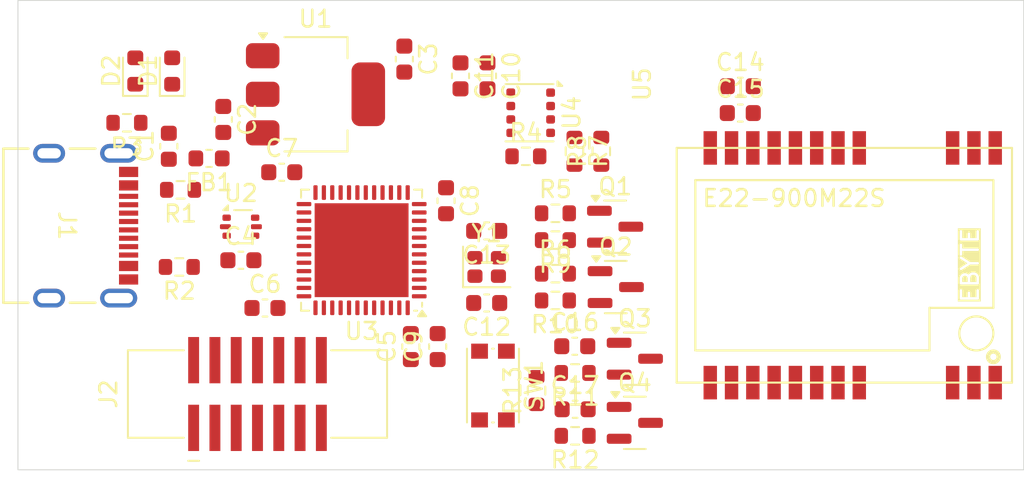
<source format=kicad_pcb>
(kicad_pcb (version 20241229) (generator "pcbnew") (generator_version "9.0")
  (title_block (title "Laera - Air Quality Monitor") (date "2025-07-08") (rev "1") (company "Author: Elyass Jaoudat"))
  (layers (0 "F.Cu" signal) (4 "In1.Cu" signal) (6 "In2.Cu" signal) (2 "B.Cu" signal) (13 "F.Paste" user) (15 "B.Paste" user) (5 "F.SilkS" user "F.Silkscreen") (7 "B.SilkS" user "B.Silkscreen") (1 "F.Mask" user) (3 "B.Mask" user) (25 "Edge.Cuts" user))
  (net 0 "")
  (net 1 "GND")
  (net 2 "VBUS")
  (net 3 "+3.3V")
  (net 4 "+5V")
  (net 5 "HSE_IN")
  (net 6 "HSE_OUT")
  (net 7 "NRST")
  (net 8 "RF_NRST")
  (net 9 "Net-(D1-A)")
  (net 10 "Net-(D1-K)")
  (net 11 "Net-(D2-A)")
  (net 12 "Net-(D2-K)")
  (net 14 "USB_CONN_D+")
  (net 15 "Net-(J1-CC1)")
  (net 16 "Net-(J1-SHIELD)")
  (net 18 "USB_CONN_D-")
  (net 19 "Net-(J1-CC2)")
  (net 21 "SWCLK")
  (net 27 "SWO")
  (net 29 "SWDIO")
  (net 30 "LED_GREEN")
  (net 31 "LED_RED")
  (net 32 "Net-(Q3-G)")
  (net 33 "SSR_I2C_SCL")
  (net 34 "SSR_I2C_SDA")
  (net 35 "Net-(U4-CSB)")
  (net 36 "Net-(R13-Pad2)")
  (net 37 "USB_D-")
  (net 38 "USB_D+")
  (net 43 "RF_DIO2")
  (net 44 "RF_BUSY")
  (net 46 "RF_SPI_MISO")
  (net 54 "RF_TXEN")
  (net 55 "RF_SPI_MOSI")
  (net 57 "RF_DIO1")
  (net 59 "RF_SPI_SCK")
  (net 61 "RF_SPI_CS")
  (net 62 "RF_RXEN")
  (footprint "MyFootprints:E22-900M22S" (layer "F.Cu") (at 104.3 56.3 90)
    (property "Reference" "U5" (at 10.795 -12.065 90) (layer "F.SilkS"))
    (property "Value" "E22-900M22S" (hide yes))
    (fp_line (start 7 -10) (end 7 10) (stroke (width 0.127)) (layer "F.SilkS"))
    (fp_line (start -7 -10) (end 7 -10) (stroke (width 0.127)) (layer "F.SilkS"))
    (fp_line (start 5.08 -8.89) (end 5.08 8.89) (stroke (width 0.127)) (layer "F.SilkS"))
    (fp_line (start -5.08 -8.89) (end 5.08 -8.89) (stroke (width 0.127)) (layer "F.SilkS"))
    (fp_line (start -2.54 5.08) (end -5.08 5.08) (stroke (width 0.127)) (layer "F.SilkS"))
    (fp_line (start -5.08 5.08) (end -5.08 -8.89) (stroke (width 0.127)) (layer "F.SilkS"))
    (fp_line (start 5.08 8.89) (end -2.54 8.89) (stroke (width 0.127)) (layer "F.SilkS"))
    (fp_line (start -2.54 8.89) (end -2.54 5.08) (stroke (width 0.127)) (layer "F.SilkS"))
    (fp_line (start 7 10) (end -7 10) (stroke (width 0.127)) (layer "F.SilkS"))
    (fp_line (start -7 10) (end -7 -10) (stroke (width 0.127)) (layer "F.SilkS"))
    (fp_circle (center -4.064 7.874) (end -3.048 7.874) (stroke (width 0.127)) (fill no) (layer "F.SilkS"))
    (fp_circle (center -5.461 8.89) (end -5.08 8.89) (stroke (width 0.127)) (fill no) (layer "F.SilkS"))
    (fp_circle (center -5.461 8.89) (end -5.207 8.89) (stroke (width 0.127)) (fill no) (layer "F.SilkS"))
    (fp_text user "E22-900M22S" (at 4 -3 0) (layer "F.SilkS"))
    (fp_text user "EBYTE" (at 0 7.5 90) (layer "F.SilkS" knockout))
    (pad "1" smd rect (at 7 9 90) (size 2 0.8) (layers "F.Cu" "F.Mask" "F.Paste") (net 1 "GND"))
    (pad "2" smd rect (at 7 7.73 90) (size 2 0.8) (layers "F.Cu" "F.Mask" "F.Paste") (net 1 "GND"))
    (pad "3" smd rect (at 7 6.46 90) (size 2 0.8) (layers "F.Cu" "F.Mask" "F.Paste") (net 1 "GND"))
    (pad "4" smd rect (at 7 0.89 90) (size 2 0.8) (layers "F.Cu" "F.Mask" "F.Paste") (net 1 "GND"))
    (pad "5" smd rect (at 7 -0.38 90) (size 2 0.8) (layers "F.Cu" "F.Mask" "F.Paste") (net 1 "GND"))
    (pad "6" smd rect (at 7 -1.65 90) (size 2 0.8) (layers "F.Cu" "F.Mask" "F.Paste") (net 62 "RF_RXEN"))
    (pad "7" smd rect (at 7 -2.92 90) (size 2 0.8) (layers "F.Cu" "F.Mask" "F.Paste") (net 54 "RF_TXEN"))
    (pad "8" smd rect (at 7 -4.19 90) (size 2 0.8) (layers "F.Cu" "F.Mask" "F.Paste") (net 43 "RF_DIO2"))
    (pad "9" smd rect (at 7 -5.46 90) (size 2 0.8) (layers "F.Cu" "F.Mask" "F.Paste") (net 3 "+3.3V"))
    (pad "10" smd rect (at 7 -6.73 90) (size 2 0.8) (layers "F.Cu" "F.Mask" "F.Paste") (net 1 "GND"))
    (pad "11" smd rect (at 7 -8 90) (size 2 0.8) (layers "F.Cu" "F.Mask" "F.Paste") (net 1 "GND"))
    (pad "12" smd rect (at -7 -8 90) (size 2 0.8) (layers "F.Cu" "F.Mask" "F.Paste") (net 1 "GND"))
    (pad "13" smd rect (at -7 -6.73 90) (size 2 0.8) (layers "F.Cu" "F.Mask" "F.Paste") (net 57 "RF_DIO1"))
    (pad "14" smd rect (at -7 -5.46 90) (size 2 0.8) (layers "F.Cu" "F.Mask" "F.Paste") (net 44 "RF_BUSY"))
    (pad "15" smd rect (at -7 -4.19 90) (size 2 0.8) (layers "F.Cu" "F.Mask" "F.Paste") (net 8 "RF_NRST"))
    (pad "16" smd rect (at -7 -2.92 90) (size 2 0.8) (layers "F.Cu" "F.Mask" "F.Paste") (net 46 "RF_SPI_MISO"))
    (pad "17" smd rect (at -7 -1.65 90) (size 2 0.8) (layers "F.Cu" "F.Mask" "F.Paste") (net 55 "RF_SPI_MOSI"))
    (pad "18" smd rect (at -7 -0.38 90) (size 2 0.8) (layers "F.Cu" "F.Mask" "F.Paste") (net 59 "RF_SPI_SCK"))
    (pad "19" smd rect (at -7 0.89 90) (size 2 0.8) (layers "F.Cu" "F.Mask" "F.Paste") (net 61 "RF_SPI_CS"))
    (pad "20" smd rect (at -7 6.46 90) (size 2 0.8) (layers "F.Cu" "F.Mask" "F.Paste") (net 1 "GND"))
    (pad "21" smd rect (at -7 7.73 90) (size 2 0.8) (layers "F.Cu" "F.Mask" "F.Paste"))
    (pad "22" smd rect (at -7 9 90) (size 2 0.8) (layers "F.Cu" "F.Mask" "F.Paste") (net 1 "GND"))
  )
  (footprint "Resistor_SMD:R_0603_1608Metric" (layer "F.Cu") (at 64.625 56.4 180)
    (property "Reference" "R2" (at 0 -1.43 0) (layer "F.SilkS"))
    (property "Value" "5.1k")
    (fp_line (start -0.237258 0.5225) (end 0.237258 0.5225) (stroke (width 0.12)) (layer "F.SilkS"))
    (fp_line (start -0.237258 -0.5225) (end 0.237258 -0.5225) (stroke (width 0.12)) (layer "F.SilkS"))
    (pad "1" smd roundrect (at -0.825 0 180) (size 0.8 0.95) (layers "F.Cu" "F.Mask" "F.Paste") (net 1 "GND"))
    (pad "2" smd roundrect (at 0.825 0 180) (size 0.8 0.95) (layers "F.Cu" "F.Mask" "F.Paste") (net 19 "Net-(J1-CC2)"))
  )
  (footprint "Resistor_SMD:R_0603_1608Metric" (layer "F.Cu") (at 88.2375 66.475 180)
    (property "Reference" "R12" (at 0 -1.43 0) (layer "F.SilkS"))
    (property "Value" "2.2k")
    (fp_line (start -0.237258 0.5225) (end 0.237258 0.5225) (stroke (width 0.12)) (layer "F.SilkS"))
    (fp_line (start -0.237258 -0.5225) (end 0.237258 -0.5225) (stroke (width 0.12)) (layer "F.SilkS"))
    (pad "1" smd roundrect (at -0.825 0 180) (size 0.8 0.95) (layers "F.Cu" "F.Mask" "F.Paste") (net 8 "RF_NRST"))
    (pad "2" smd roundrect (at 0.825 0 180) (size 0.8 0.95) (layers "F.Cu" "F.Mask" "F.Paste") (net 3 "+3.3V"))
  )
  (footprint "Package_DFN_QFN:QFN-48-1EP_7x7mm_P0.5mm_EP5.6x5.6mm" (layer "F.Cu") (at 75.5 55.4 180)
    (property "Reference" "U3" (at 0 -4.83 0) (layer "F.SilkS"))
    (property "Value" "STM32U083CCUx")
    (fp_line (start 3.61 3.61) (end 3.61 3.135) (stroke (width 0.12)) (layer "F.SilkS"))
    (fp_line (start 3.61 -3.61) (end 3.61 -3.135) (stroke (width 0.12)) (layer "F.SilkS"))
    (fp_line (start 3.135 3.61) (end 3.61 3.61) (stroke (width 0.12)) (layer "F.SilkS"))
    (fp_line (start 3.135 -3.61) (end 3.61 -3.61) (stroke (width 0.12)) (layer "F.SilkS"))
    (fp_line (start -3.135 3.61) (end -3.61 3.61) (stroke (width 0.12)) (layer "F.SilkS"))
    (fp_line (start -3.135 -3.61) (end -3.31 -3.61) (stroke (width 0.12)) (layer "F.SilkS"))
    (fp_line (start -3.61 3.61) (end -3.61 3.135) (stroke (width 0.12)) (layer "F.SilkS"))
    (fp_line (start -3.61 -3.135) (end -3.61 -3.37) (stroke (width 0.12)) (layer "F.SilkS"))
    (fp_poly (pts (xy -3.61 -3.61) (xy -3.85 -3.94) (xy -3.37 -3.94)) (stroke (width 0.12)) (fill yes) (layer "F.SilkS"))
    (pad "1" smd roundrect (at -3.4375 -2.75 180) (size 0.875 0.25) (layers "F.Cu" "F.Mask" "F.Paste") (net 3 "+3.3V"))
    (pad "2" smd roundrect (at -3.4375 -2.25 180) (size 0.875 0.25) (layers "F.Cu" "F.Mask" "F.Paste") (net 31 "LED_RED"))
    (pad "3" smd roundrect (at -3.4375 -1.75 180) (size 0.875 0.25) (layers "F.Cu" "F.Mask" "F.Paste"))
    (pad "4" smd roundrect (at -3.4375 -1.25 180) (size 0.875 0.25) (layers "F.Cu" "F.Mask" "F.Paste"))
    (pad "5" smd roundrect (at -3.4375 -0.75 180) (size 0.875 0.25) (layers "F.Cu" "F.Mask" "F.Paste") (net 5 "HSE_IN"))
    (pad "6" smd roundrect (at -3.4375 -0.25 180) (size 0.875 0.25) (layers "F.Cu" "F.Mask" "F.Paste") (net 6 "HSE_OUT"))
    (pad "7" smd roundrect (at -3.4375 0.25 180) (size 0.875 0.25) (layers "F.Cu" "F.Mask" "F.Paste") (net 7 "NRST"))
    (pad "8" smd roundrect (at -3.4375 0.75 180) (size 0.875 0.25) (layers "F.Cu" "F.Mask" "F.Paste") (net 1 "GND"))
    (pad "9" smd roundrect (at -3.4375 1.25 180) (size 0.875 0.25) (layers "F.Cu" "F.Mask" "F.Paste") (net 3 "+3.3V"))
    (pad "10" smd roundrect (at -3.4375 1.75 180) (size 0.875 0.25) (layers "F.Cu" "F.Mask" "F.Paste"))
    (pad "11" smd roundrect (at -3.4375 2.25 180) (size 0.875 0.25) (layers "F.Cu" "F.Mask" "F.Paste"))
    (pad "12" smd roundrect (at -3.4375 2.75 180) (size 0.875 0.25) (layers "F.Cu" "F.Mask" "F.Paste"))
    (pad "13" smd roundrect (at -2.75 3.4375 180) (size 0.25 0.875) (layers "F.Cu" "F.Mask" "F.Paste"))
    (pad "14" smd roundrect (at -2.25 3.4375 180) (size 0.25 0.875) (layers "F.Cu" "F.Mask" "F.Paste"))
    (pad "15" smd roundrect (at -1.75 3.4375 180) (size 0.25 0.875) (layers "F.Cu" "F.Mask" "F.Paste"))
    (pad "16" smd roundrect (at -1.25 3.4375 180) (size 0.25 0.875) (layers "F.Cu" "F.Mask" "F.Paste") (net 34 "SSR_I2C_SDA"))
    (pad "17" smd roundrect (at -0.75 3.4375 180) (size 0.25 0.875) (layers "F.Cu" "F.Mask" "F.Paste") (net 33 "SSR_I2C_SCL"))
    (pad "18" smd roundrect (at -0.25 3.4375 180) (size 0.25 0.875) (layers "F.Cu" "F.Mask" "F.Paste"))
    (pad "19" smd roundrect (at 0.25 3.4375 180) (size 0.25 0.875) (layers "F.Cu" "F.Mask" "F.Paste"))
    (pad "20" smd roundrect (at 0.75 3.4375 180) (size 0.25 0.875) (layers "F.Cu" "F.Mask" "F.Paste"))
    (pad "21" smd roundrect (at 1.25 3.4375 180) (size 0.25 0.875) (layers "F.Cu" "F.Mask" "F.Paste") (net 54 "RF_TXEN"))
    (pad "22" smd roundrect (at 1.75 3.4375 180) (size 0.25 0.875) (layers "F.Cu" "F.Mask" "F.Paste") (net 62 "RF_RXEN"))
    (pad "23" smd roundrect (at 2.25 3.4375 180) (size 0.25 0.875) (layers "F.Cu" "F.Mask" "F.Paste") (net 1 "GND"))
    (pad "24" smd roundrect (at 2.75 3.4375 180) (size 0.25 0.875) (layers "F.Cu" "F.Mask" "F.Paste") (net 3 "+3.3V"))
    (pad "25" smd roundrect (at 3.4375 2.75 180) (size 0.875 0.25) (layers "F.Cu" "F.Mask" "F.Paste") (net 61 "RF_SPI_CS"))
    (pad "26" smd roundrect (at 3.4375 2.25 180) (size 0.875 0.25) (layers "F.Cu" "F.Mask" "F.Paste") (net 59 "RF_SPI_SCK"))
    (pad "27" smd roundrect (at 3.4375 1.75 180) (size 0.875 0.25) (layers "F.Cu" "F.Mask" "F.Paste") (net 46 "RF_SPI_MISO"))
    (pad "28" smd roundrect (at 3.4375 1.25 180) (size 0.875 0.25) (layers "F.Cu" "F.Mask" "F.Paste") (net 55 "RF_SPI_MOSI"))
    (pad "29" smd roundrect (at 3.4375 0.75 180) (size 0.875 0.25) (layers "F.Cu" "F.Mask" "F.Paste"))
    (pad "30" smd roundrect (at 3.4375 0.25 180) (size 0.875 0.25) (layers "F.Cu" "F.Mask" "F.Paste") (net 44 "RF_BUSY"))
    (pad "31" smd roundrect (at 3.4375 -0.25 180) (size 0.875 0.25) (layers "F.Cu" "F.Mask" "F.Paste"))
    (pad "32" smd roundrect (at 3.4375 -0.75 180) (size 0.875 0.25) (layers "F.Cu" "F.Mask" "F.Paste") (net 37 "USB_D-"))
    (pad "33" smd roundrect (at 3.4375 -1.25 180) (size 0.875 0.25) (layers "F.Cu" "F.Mask" "F.Paste") (net 38 "USB_D+"))
    (pad "34" smd roundrect (at 3.4375 -1.75 180) (size 0.875 0.25) (layers "F.Cu" "F.Mask" "F.Paste") (net 29 "SWDIO"))
    (pad "35" smd roundrect (at 3.4375 -2.25 180) (size 0.875 0.25) (layers "F.Cu" "F.Mask" "F.Paste") (net 1 "GND"))
    (pad "36" smd roundrect (at 3.4375 -2.75 180) (size 0.875 0.25) (layers "F.Cu" "F.Mask" "F.Paste") (net 3 "+3.3V"))
    (pad "37" smd roundrect (at 2.75 -3.4375 180) (size 0.25 0.875) (layers "F.Cu" "F.Mask" "F.Paste") (net 21 "SWCLK"))
    (pad "38" smd roundrect (at 2.25 -3.4375 180) (size 0.25 0.875) (layers "F.Cu" "F.Mask" "F.Paste"))
    (pad "39" smd roundrect (at 1.75 -3.4375 180) (size 0.25 0.875) (layers "F.Cu" "F.Mask" "F.Paste") (net 27 "SWO"))
    (pad "40" smd roundrect (at 1.25 -3.4375 180) (size 0.25 0.875) (layers "F.Cu" "F.Mask" "F.Paste"))
    (pad "41" smd roundrect (at 0.75 -3.4375 180) (size 0.25 0.875) (layers "F.Cu" "F.Mask" "F.Paste"))
    (pad "42" smd roundrect (at 0.25 -3.4375 180) (size 0.25 0.875) (layers "F.Cu" "F.Mask" "F.Paste") (net 57 "RF_DIO1"))
    (pad "43" smd roundrect (at -0.25 -3.4375 180) (size 0.25 0.875) (layers "F.Cu" "F.Mask" "F.Paste") (net 43 "RF_DIO2"))
    (pad "44" smd roundrect (at -0.75 -3.4375 180) (size 0.25 0.875) (layers "F.Cu" "F.Mask" "F.Paste"))
    (pad "45" smd roundrect (at -1.25 -3.4375 180) (size 0.25 0.875) (layers "F.Cu" "F.Mask" "F.Paste"))
    (pad "46" smd roundrect (at -1.75 -3.4375 180) (size 0.25 0.875) (layers "F.Cu" "F.Mask" "F.Paste") (net 30 "LED_GREEN"))
    (pad "47" smd roundrect (at -2.25 -3.4375 180) (size 0.25 0.875) (layers "F.Cu" "F.Mask" "F.Paste") (net 1 "GND"))
    (pad "48" smd roundrect (at -2.75 -3.4375 180) (size 0.25 0.875) (layers "F.Cu" "F.Mask" "F.Paste") (net 3 "+3.3V"))
    (pad "49" smd rect (at 0 0 180) (size 5.6 5.6) (property pad_prop_heatsink) (layers "F.Cu" "F.Mask") (net 1 "GND"))
  )
  (footprint "Capacitor_SMD:C_0603_1608Metric" (layer "F.Cu") (at 64 49.2 90)
    (property "Reference" "C1" (at 0 -1.43 90) (layer "F.SilkS"))
    (property "Value" "10u")
    (fp_line (start -0.14058 -0.51) (end 0.14058 -0.51) (stroke (width 0.12)) (layer "F.SilkS"))
    (fp_line (start -0.14058 0.51) (end 0.14058 0.51) (stroke (width 0.12)) (layer "F.SilkS"))
    (pad "1" smd roundrect (at -0.775 0 90) (size 0.9 0.95) (layers "F.Cu" "F.Mask" "F.Paste") (net 2 "VBUS"))
    (pad "2" smd roundrect (at 0.775 0 90) (size 0.9 0.95) (layers "F.Cu" "F.Mask" "F.Paste") (net 1 "GND"))
  )
  (footprint "LED_SMD:LED_0603_1608Metric" (layer "F.Cu") (at 62 44.7125 90)
    (property "Reference" "D2" (at 0 -1.43 90) (layer "F.SilkS"))
    (property "Value" "LED")
    (fp_line (start 0.8 -0.735) (end -1.485 -0.735) (stroke (width 0.12)) (layer "F.SilkS"))
    (fp_line (start -1.485 -0.735) (end -1.485 0.735) (stroke (width 0.12)) (layer "F.SilkS"))
    (fp_line (start -1.485 0.735) (end 0.8 0.735) (stroke (width 0.12)) (layer "F.SilkS"))
    (pad "1" smd roundrect (at -0.7875 0 90) (size 0.875 0.95) (layers "F.Cu" "F.Mask" "F.Paste") (net 12 "Net-(D2-K)"))
    (pad "2" smd roundrect (at 0.7875 0 90) (size 0.875 0.95) (layers "F.Cu" "F.Mask" "F.Paste") (net 11 "Net-(D2-A)"))
  )
  (footprint "Resistor_SMD:R_0603_1608Metric" (layer "F.Cu") (at 89.8 49.5 90)
    (property "Reference" "R8" (at 0 -1.43 90) (layer "F.SilkS"))
    (property "Value" "2.2k")
    (fp_line (start -0.237258 -0.5225) (end 0.237258 -0.5225) (stroke (width 0.12)) (layer "F.SilkS"))
    (fp_line (start -0.237258 0.5225) (end 0.237258 0.5225) (stroke (width 0.12)) (layer "F.SilkS"))
    (pad "1" smd roundrect (at -0.825 0 90) (size 0.8 0.95) (layers "F.Cu" "F.Mask" "F.Paste") (net 3 "+3.3V"))
    (pad "2" smd roundrect (at 0.825 0 90) (size 0.8 0.95) (layers "F.Cu" "F.Mask" "F.Paste") (net 34 "SSR_I2C_SDA"))
  )
  (footprint "Resistor_SMD:R_0603_1608Metric" (layer "F.Cu") (at 87.0625 54.8 180)
    (property "Reference" "R9" (at 0 -1.43 0) (layer "F.SilkS"))
    (property "Value" "10k")
    (fp_line (start -0.237258 0.5225) (end 0.237258 0.5225) (stroke (width 0.12)) (layer "F.SilkS"))
    (fp_line (start -0.237258 -0.5225) (end 0.237258 -0.5225) (stroke (width 0.12)) (layer "F.SilkS"))
    (pad "1" smd roundrect (at -0.825 0 180) (size 0.8 0.95) (layers "F.Cu" "F.Mask" "F.Paste") (net 30 "LED_GREEN"))
    (pad "2" smd roundrect (at 0.825 0 180) (size 0.8 0.95) (layers "F.Cu" "F.Mask" "F.Paste") (net 3 "+3.3V"))
  )
  (footprint "Capacitor_SMD:C_0603_1608Metric" (layer "F.Cu") (at 98.0915 45.62)
    (property "Reference" "C14" (at 0 -1.43 0) (layer "F.SilkS"))
    (property "Value" "10u")
    (fp_line (start -0.14058 -0.51) (end 0.14058 -0.51) (stroke (width 0.12)) (layer "F.SilkS"))
    (fp_line (start -0.14058 0.51) (end 0.14058 0.51) (stroke (width 0.12)) (layer "F.SilkS"))
    (pad "1" smd roundrect (at -0.775 0) (size 0.9 0.95) (layers "F.Cu" "F.Mask" "F.Paste") (net 1 "GND"))
    (pad "2" smd roundrect (at 0.775 0) (size 0.9 0.95) (layers "F.Cu" "F.Mask" "F.Paste") (net 3 "+3.3V"))
  )
  (footprint "Capacitor_SMD:C_0603_1608Metric" (layer "F.Cu") (at 81.4 45 -90)
    (property "Reference" "C11" (at 0 -1.43 90) (layer "F.SilkS"))
    (property "Value" "100n")
    (fp_line (start -0.14058 0.51) (end 0.14058 0.51) (stroke (width 0.12)) (layer "F.SilkS"))
    (fp_line (start -0.14058 -0.51) (end 0.14058 -0.51) (stroke (width 0.12)) (layer "F.SilkS"))
    (pad "1" smd roundrect (at -0.775 0 270) (size 0.9 0.95) (layers "F.Cu" "F.Mask" "F.Paste") (net 1 "GND"))
    (pad "2" smd roundrect (at 0.775 0 270) (size 0.9 0.95) (layers "F.Cu" "F.Mask" "F.Paste") (net 3 "+3.3V"))
  )
  (footprint "Capacitor_SMD:C_0603_1608Metric" (layer "F.Cu") (at 67.25 47.6 -90)
    (property "Reference" "C2" (at 0 -1.43 90) (layer "F.SilkS"))
    (property "Value" "22u")
    (fp_line (start -0.14058 0.51) (end 0.14058 0.51) (stroke (width 0.12)) (layer "F.SilkS"))
    (fp_line (start -0.14058 -0.51) (end 0.14058 -0.51) (stroke (width 0.12)) (layer "F.SilkS"))
    (pad "1" smd roundrect (at -0.775 0 270) (size 0.9 0.95) (layers "F.Cu" "F.Mask" "F.Paste") (net 1 "GND"))
    (pad "2" smd roundrect (at 0.775 0 270) (size 0.9 0.95) (layers "F.Cu" "F.Mask" "F.Paste") (net 4 "+5V"))
  )
  (footprint "Resistor_SMD:R_0603_1608Metric" (layer "F.Cu") (at 61.5 47.8 180)
    (property "Reference" "R3" (at 0 -1.43 0) (layer "F.SilkS"))
    (property "Value" "10R")
    (fp_line (start -0.237258 0.5225) (end 0.237258 0.5225) (stroke (width 0.12)) (layer "F.SilkS"))
    (fp_line (start -0.237258 -0.5225) (end 0.237258 -0.5225) (stroke (width 0.12)) (layer "F.SilkS"))
    (pad "1" smd roundrect (at -0.825 0 180) (size 0.8 0.95) (layers "F.Cu" "F.Mask" "F.Paste") (net 1 "GND"))
    (pad "2" smd roundrect (at 0.825 0 180) (size 0.8 0.95) (layers "F.Cu" "F.Mask" "F.Paste") (net 16 "Net-(J1-SHIELD)"))
  )
  (footprint "Package_TO_SOT_SMD:SOT-23" (layer "F.Cu") (at 90.6625 57.6)
    (property "Reference" "Q2" (at 0 -2.4 0) (layer "F.SilkS"))
    (property "Value" "NMOS")
    (fp_line (start 0 -1.56) (end -0.65 -1.56) (stroke (width 0.12)) (layer "F.SilkS"))
    (fp_line (start 0 -1.56) (end 0.65 -1.56) (stroke (width 0.12)) (layer "F.SilkS"))
    (fp_line (start 0 1.56) (end -0.65 1.56) (stroke (width 0.12)) (layer "F.SilkS"))
    (fp_line (start 0 1.56) (end 0.65 1.56) (stroke (width 0.12)) (layer "F.SilkS"))
    (fp_poly (pts (xy -1.1625 -1.51) (xy -1.4025 -1.84) (xy -0.9225 -1.84)) (stroke (width 0.12)) (fill yes) (layer "F.SilkS"))
    (pad "1" smd roundrect (at -0.9375 -0.95) (size 1.475 0.6) (layers "F.Cu" "F.Mask" "F.Paste") (net 12 "Net-(D2-K)"))
    (pad "2" smd roundrect (at -0.9375 0.95) (size 1.475 0.6) (layers "F.Cu" "F.Mask" "F.Paste") (net 31 "LED_RED"))
    (pad "3" smd roundrect (at 0.9375 0) (size 1.475 0.6) (layers "F.Cu" "F.Mask" "F.Paste") (net 1 "GND"))
  )
  (footprint "Capacitor_SMD:C_0603_1608Metric" (layer "F.Cu") (at 88.215 61.13)
    (property "Reference" "C16" (at 0 -1.43 0) (layer "F.SilkS"))
    (property "Value" "100n")
    (fp_line (start -0.14058 -0.51) (end 0.14058 -0.51) (stroke (width 0.12)) (layer "F.SilkS"))
    (fp_line (start -0.14058 0.51) (end 0.14058 0.51) (stroke (width 0.12)) (layer "F.SilkS"))
    (pad "1" smd roundrect (at -0.775 0) (size 0.9 0.95) (layers "F.Cu" "F.Mask" "F.Paste") (net 1 "GND"))
    (pad "2" smd roundrect (at 0.775 0) (size 0.9 0.95) (layers "F.Cu" "F.Mask" "F.Paste") (net 7 "NRST"))
  )
  (footprint "Capacitor_SMD:C_0603_1608Metric" (layer "F.Cu") (at 82.9625 54.25 180)
    (property "Reference" "C13" (at 0 -1.43 0) (layer "F.SilkS"))
    (property "Value" "14p")
    (fp_line (start -0.14058 0.51) (end 0.14058 0.51) (stroke (width 0.12)) (layer "F.SilkS"))
    (fp_line (start -0.14058 -0.51) (end 0.14058 -0.51) (stroke (width 0.12)) (layer "F.SilkS"))
    (pad "1" smd roundrect (at -0.775 0 180) (size 0.9 0.95) (layers "F.Cu" "F.Mask" "F.Paste") (net 1 "GND"))
    (pad "2" smd roundrect (at 0.775 0 180) (size 0.9 0.95) (layers "F.Cu" "F.Mask" "F.Paste") (net 6 "HSE_OUT"))
  )
  (footprint "Capacitor_SMD:C_0603_1608Metric" (layer "F.Cu") (at 69.7375 58.85)
    (property "Reference" "C6" (at 0 -1.43 0) (layer "F.SilkS"))
    (property "Value" "100n")
    (fp_line (start -0.14058 -0.51) (end 0.14058 -0.51) (stroke (width 0.12)) (layer "F.SilkS"))
    (fp_line (start -0.14058 0.51) (end 0.14058 0.51) (stroke (width 0.12)) (layer "F.SilkS"))
    (pad "1" smd roundrect (at -0.775 0) (size 0.9 0.95) (layers "F.Cu" "F.Mask" "F.Paste") (net 1 "GND"))
    (pad "2" smd roundrect (at 0.775 0) (size 0.9 0.95) (layers "F.Cu" "F.Mask" "F.Paste") (net 3 "+3.3V"))
  )
  (footprint "LED_SMD:LED_0603_1608Metric" (layer "F.Cu") (at 64.2 44.7125 90)
    (property "Reference" "D1" (at 0 -1.43 90) (layer "F.SilkS"))
    (property "Value" "LED")
    (fp_line (start 0.8 -0.735) (end -1.485 -0.735) (stroke (width 0.12)) (layer "F.SilkS"))
    (fp_line (start -1.485 -0.735) (end -1.485 0.735) (stroke (width 0.12)) (layer "F.SilkS"))
    (fp_line (start -1.485 0.735) (end 0.8 0.735) (stroke (width 0.12)) (layer "F.SilkS"))
    (pad "1" smd roundrect (at -0.7875 0 90) (size 0.875 0.95) (layers "F.Cu" "F.Mask" "F.Paste") (net 10 "Net-(D1-K)"))
    (pad "2" smd roundrect (at 0.7875 0 90) (size 0.875 0.95) (layers "F.Cu" "F.Mask" "F.Paste") (net 9 "Net-(D1-A)"))
  )
  (footprint "Resistor_SMD:R_0603_1608Metric" (layer "F.Cu") (at 88.2 49.5 -90)
    (property "Reference" "R7" (at 0 -1.43 90) (layer "F.SilkS"))
    (property "Value" "2.2k")
    (fp_line (start -0.237258 0.5225) (end 0.237258 0.5225) (stroke (width 0.12)) (layer "F.SilkS"))
    (fp_line (start -0.237258 -0.5225) (end 0.237258 -0.5225) (stroke (width 0.12)) (layer "F.SilkS"))
    (pad "1" smd roundrect (at -0.825 0 270) (size 0.8 0.95) (layers "F.Cu" "F.Mask" "F.Paste") (net 33 "SSR_I2C_SCL"))
    (pad "2" smd roundrect (at 0.825 0 270) (size 0.8 0.95) (layers "F.Cu" "F.Mask" "F.Paste") (net 3 "+3.3V"))
  )
  (footprint "Connector_SMD_Wurth:J_Wurth_WR-BHD_62701420621" (layer "F.Cu") (at 69.29 63.98 90)
    (property "Reference" "J2" (at 0 -8.89 90) (layer "F.SilkS"))
    (property "Value" "Conn_ST_STDC14")
    (fp_line (start -2.61 -7.73) (end 2.61 -7.73) (stroke (width 0.12)) (layer "F.SilkS"))
    (fp_line (start 2.61 -4.395) (end 2.61 -7.73) (stroke (width 0.12)) (layer "F.SilkS"))
    (fp_line (start -2.61 -4.395) (end -2.61 -7.73) (stroke (width 0.12)) (layer "F.SilkS"))
    (fp_line (start -3.985 -4.135) (end -3.985 -3.485) (stroke (width 0.12)) (layer "F.SilkS"))
    (fp_line (start 2.61 4.395) (end 2.61 7.73) (stroke (width 0.12)) (layer "F.SilkS"))
    (fp_line (start 2.61 7.73) (end -2.61 7.73) (stroke (width 0.12)) (layer "F.SilkS"))
    (fp_line (start -2.61 7.73) (end -2.61 4.395) (stroke (width 0.12)) (layer "F.SilkS"))
    (pad "1" smd rect (at -2.02 -3.81) (size 0.65 2.76) (layers "F.Cu" "F.Mask" "F.Paste"))
    (pad "2" smd rect (at 2.02 -3.81) (size 0.65 2.76) (layers "F.Cu" "F.Mask" "F.Paste"))
    (pad "3" smd rect (at -2.02 -2.54) (size 0.65 2.76) (layers "F.Cu" "F.Mask" "F.Paste") (net 3 "+3.3V"))
    (pad "4" smd rect (at 2.02 -2.54) (size 0.65 2.76) (layers "F.Cu" "F.Mask" "F.Paste") (net 29 "SWDIO"))
    (pad "5" smd rect (at -2.02 -1.27) (size 0.65 2.76) (layers "F.Cu" "F.Mask" "F.Paste") (net 1 "GND"))
    (pad "6" smd rect (at 2.02 -1.27) (size 0.65 2.76) (layers "F.Cu" "F.Mask" "F.Paste") (net 21 "SWCLK"))
    (pad "7" smd rect (at -2.02 0) (size 0.65 2.76) (layers "F.Cu" "F.Mask" "F.Paste") (net 1 "GND"))
    (pad "8" smd rect (at 2.02 0) (size 0.65 2.76) (layers "F.Cu" "F.Mask" "F.Paste") (net 27 "SWO"))
    (pad "9" smd rect (at -2.02 1.27) (size 0.65 2.76) (layers "F.Cu" "F.Mask" "F.Paste"))
    (pad "10" smd rect (at 2.02 1.27) (size 0.65 2.76) (layers "F.Cu" "F.Mask" "F.Paste"))
    (pad "11" smd rect (at -2.02 2.54) (size 0.65 2.76) (layers "F.Cu" "F.Mask" "F.Paste"))
    (pad "12" smd rect (at 2.02 2.54) (size 0.65 2.76) (layers "F.Cu" "F.Mask" "F.Paste") (net 7 "NRST"))
    (pad "13" smd rect (at -2.02 3.81) (size 0.65 2.76) (layers "F.Cu" "F.Mask" "F.Paste"))
    (pad "14" smd rect (at 2.02 3.81) (size 0.65 2.76) (layers "F.Cu" "F.Mask" "F.Paste"))
  )
  (footprint "Resistor_SMD:R_0603_1608Metric" (layer "F.Cu") (at 88.2375 62.725 180)
    (property "Reference" "R11" (at 0 -1.43 0) (layer "F.SilkS"))
    (property "Value" "2.2k")
    (fp_line (start -0.237258 0.5225) (end 0.237258 0.5225) (stroke (width 0.12)) (layer "F.SilkS"))
    (fp_line (start -0.237258 -0.5225) (end 0.237258 -0.5225) (stroke (width 0.12)) (layer "F.SilkS"))
    (pad "1" smd roundrect (at -0.825 0 180) (size 0.8 0.95) (layers "F.Cu" "F.Mask" "F.Paste") (net 7 "NRST"))
    (pad "2" smd roundrect (at 0.825 0 180) (size 0.8 0.95) (layers "F.Cu" "F.Mask" "F.Paste") (net 3 "+3.3V"))
  )
  (footprint "Capacitor_SMD:C_0603_1608Metric" (layer "F.Cu") (at 88.2375 64.89)
    (property "Reference" "C17" (at 0 -1.43 0) (layer "F.SilkS"))
    (property "Value" "100n")
    (fp_line (start -0.14058 -0.51) (end 0.14058 -0.51) (stroke (width 0.12)) (layer "F.SilkS"))
    (fp_line (start -0.14058 0.51) (end 0.14058 0.51) (stroke (width 0.12)) (layer "F.SilkS"))
    (pad "1" smd roundrect (at -0.775 0) (size 0.9 0.95) (layers "F.Cu" "F.Mask" "F.Paste") (net 1 "GND"))
    (pad "2" smd roundrect (at 0.775 0) (size 0.9 0.95) (layers "F.Cu" "F.Mask" "F.Paste") (net 8 "RF_NRST"))
  )
  (footprint "Capacitor_SMD:C_0603_1608Metric" (layer "F.Cu") (at 78.4375 61.15 90)
    (property "Reference" "C5" (at 0 -1.43 90) (layer "F.SilkS"))
    (property "Value" "4.7u")
    (fp_line (start -0.14058 -0.51) (end 0.14058 -0.51) (stroke (width 0.12)) (layer "F.SilkS"))
    (fp_line (start -0.14058 0.51) (end 0.14058 0.51) (stroke (width 0.12)) (layer "F.SilkS"))
    (pad "1" smd roundrect (at -0.775 0 90) (size 0.9 0.95) (layers "F.Cu" "F.Mask" "F.Paste") (net 1 "GND"))
    (pad "2" smd roundrect (at 0.775 0 90) (size 0.9 0.95) (layers "F.Cu" "F.Mask" "F.Paste") (net 3 "+3.3V"))
  )
  (footprint "Package_TO_SOT_SMD:SOT-23" (layer "F.Cu") (at 91.8 61.875)
    (property "Reference" "Q3" (at 0 -2.4 0) (layer "F.SilkS"))
    (property "Value" "NMOS")
    (fp_line (start 0 -1.56) (end -0.65 -1.56) (stroke (width 0.12)) (layer "F.SilkS"))
    (fp_line (start 0 -1.56) (end 0.65 -1.56) (stroke (width 0.12)) (layer "F.SilkS"))
    (fp_line (start 0 1.56) (end -0.65 1.56) (stroke (width 0.12)) (layer "F.SilkS"))
    (fp_line (start 0 1.56) (end 0.65 1.56) (stroke (width 0.12)) (layer "F.SilkS"))
    (fp_poly (pts (xy -1.1625 -1.51) (xy -1.4025 -1.84) (xy -0.9225 -1.84)) (stroke (width 0.12)) (fill yes) (layer "F.SilkS"))
    (pad "1" smd roundrect (at -0.9375 -0.95) (size 1.475 0.6) (layers "F.Cu" "F.Mask" "F.Paste") (net 7 "NRST"))
    (pad "2" smd roundrect (at -0.9375 0.95) (size 1.475 0.6) (layers "F.Cu" "F.Mask" "F.Paste") (net 32 "Net-(Q3-G)"))
    (pad "3" smd roundrect (at 0.9375 0) (size 1.475 0.6) (layers "F.Cu" "F.Mask" "F.Paste") (net 1 "GND"))
  )
  (footprint "Capacitor_SMD:C_0603_1608Metric" (layer "F.Cu") (at 70.7375 50.75)
    (property "Reference" "C7" (at 0 -1.43 0) (layer "F.SilkS"))
    (property "Value" "100n")
    (fp_line (start -0.14058 -0.51) (end 0.14058 -0.51) (stroke (width 0.12)) (layer "F.SilkS"))
    (fp_line (start -0.14058 0.51) (end 0.14058 0.51) (stroke (width 0.12)) (layer "F.SilkS"))
    (pad "1" smd roundrect (at -0.775 0) (size 0.9 0.95) (layers "F.Cu" "F.Mask" "F.Paste") (net 1 "GND"))
    (pad "2" smd roundrect (at 0.775 0) (size 0.9 0.95) (layers "F.Cu" "F.Mask" "F.Paste") (net 3 "+3.3V"))
  )
  (footprint "Resistor_SMD:R_0603_1608Metric" (layer "F.Cu") (at 87.0625 53.2)
    (property "Reference" "R5" (at 0 -1.43 0) (layer "F.SilkS"))
    (property "Value" "2.2k")
    (fp_line (start -0.237258 -0.5225) (end 0.237258 -0.5225) (stroke (width 0.12)) (layer "F.SilkS"))
    (fp_line (start -0.237258 0.5225) (end 0.237258 0.5225) (stroke (width 0.12)) (layer "F.SilkS"))
    (pad "1" smd roundrect (at -0.825 0) (size 0.8 0.95) (layers "F.Cu" "F.Mask" "F.Paste") (net 9 "Net-(D1-A)"))
    (pad "2" smd roundrect (at 0.825 0) (size 0.8 0.95) (layers "F.Cu" "F.Mask" "F.Paste") (net 3 "+3.3V"))
  )
  (footprint "Capacitor_SMD:C_0603_1608Metric" (layer "F.Cu") (at 80.5375 52.45 -90)
    (property "Reference" "C8" (at 0 -1.43 90) (layer "F.SilkS"))
    (property "Value" "100n")
    (fp_line (start -0.14058 0.51) (end 0.14058 0.51) (stroke (width 0.12)) (layer "F.SilkS"))
    (fp_line (start -0.14058 -0.51) (end 0.14058 -0.51) (stroke (width 0.12)) (layer "F.SilkS"))
    (pad "1" smd roundrect (at -0.775 0 270) (size 0.9 0.95) (layers "F.Cu" "F.Mask" "F.Paste") (net 1 "GND"))
    (pad "2" smd roundrect (at 0.775 0 270) (size 0.9 0.95) (layers "F.Cu" "F.Mask" "F.Paste") (net 3 "+3.3V"))
  )
  (footprint "Package_LGA:Bosch_LGA-8_3x3mm_P0.8mm_ClockwisePinNumbering" (layer "F.Cu") (at 85.5875 47.2 -90)
    (property "Reference" "U4" (at 0 -2.45 90) (layer "F.SilkS"))
    (property "Value" "BME680")
    (fp_line (start -1.71 -1.36) (end -1.71 1.5) (stroke (width 0.12)) (layer "F.SilkS"))
    (fp_line (start 1.71 -1.36) (end 1.71 1.5) (stroke (width 0.12)) (layer "F.SilkS"))
    (fp_poly (pts (xy -1.6 -1.6) (xy -1.88 -1.6) (xy -1.6 -1.88)) (stroke (width 0.12)) (fill yes) (layer "F.SilkS"))
    (pad "1" smd roundrect (at -1.2 -1.1875 270) (size 0.5 0.525) (layers "F.Cu" "F.Mask" "F.Paste") (net 1 "GND"))
    (pad "2" smd roundrect (at -0.4 -1.1875 270) (size 0.5 0.525) (layers "F.Cu" "F.Mask" "F.Paste") (net 35 "Net-(U4-CSB)"))
    (pad "3" smd roundrect (at 0.4 -1.1875 270) (size 0.5 0.525) (layers "F.Cu" "F.Mask" "F.Paste") (net 34 "SSR_I2C_SDA"))
    (pad "4" smd roundrect (at 1.2 -1.1875 270) (size 0.5 0.525) (layers "F.Cu" "F.Mask" "F.Paste") (net 33 "SSR_I2C_SCL"))
    (pad "5" smd roundrect (at 1.2 1.1875 270) (size 0.5 0.525) (layers "F.Cu" "F.Mask" "F.Paste") (net 35 "Net-(U4-CSB)"))
    (pad "6" smd roundrect (at 0.4 1.1875 270) (size 0.5 0.525) (layers "F.Cu" "F.Mask" "F.Paste") (net 3 "+3.3V"))
    (pad "7" smd roundrect (at -0.4 1.1875 270) (size 0.5 0.525) (layers "F.Cu" "F.Mask" "F.Paste") (net 1 "GND"))
    (pad "8" smd roundrect (at -1.2 1.1875 270) (size 0.5 0.525) (layers "F.Cu" "F.Mask" "F.Paste") (net 3 "+3.3V"))
  )
  (footprint "Crystal:Crystal_SMD_2016-4Pin_2.0x1.6mm" (layer "F.Cu") (at 82.9625 56.4)
    (property "Reference" "Y1" (at 0 -2 0) (layer "F.SilkS"))
    (property "Value" "24MHz")
    (fp_line (start -1.41 -1.21) (end -1.41 1.21) (stroke (width 0.12)) (layer "F.SilkS"))
    (fp_line (start -1.41 1.21) (end 1.41 1.21) (stroke (width 0.12)) (layer "F.SilkS"))
    (pad "1" smd roundrect (at -0.7 0.55) (size 0.9 0.8) (layers "F.Cu" "F.Mask" "F.Paste") (net 5 "HSE_IN"))
    (pad "2" smd roundrect (at 0.7 0.55) (size 0.9 0.8) (layers "F.Cu" "F.Mask" "F.Paste") (net 1 "GND"))
    (pad "3" smd roundrect (at 0.7 -0.55) (size 0.9 0.8) (layers "F.Cu" "F.Mask" "F.Paste") (net 6 "HSE_OUT"))
    (pad "4" smd roundrect (at -0.7 -0.55) (size 0.9 0.8) (layers "F.Cu" "F.Mask" "F.Paste") (net 1 "GND"))
  )
  (footprint "Package_TO_SOT_SMD:SOT-666" (layer "F.Cu") (at 68.3 54)
    (property "Reference" "U2" (at 0 -2 0) (layer "F.SilkS"))
    (property "Value" "USBLC6-2P6")
    (fp_line (start 0.65 -0.99) (end -0.4 -0.99) (stroke (width 0.12)) (layer "F.SilkS"))
    (fp_line (start 0.65 0.99) (end -0.65 0.99) (stroke (width 0.12)) (layer "F.SilkS"))
    (fp_poly (pts (xy -0.77 -0.99) (xy -1.05 -0.99) (xy -0.77 -1.27) (xy -0.77 -0.99)) (stroke (width 0.12)) (fill yes) (layer "F.SilkS"))
    (pad "1" smd roundrect (at -0.85 -0.5375) (size 0.5 0.375) (layers "F.Cu" "F.Mask" "F.Paste") (net 18 "USB_CONN_D-"))
    (pad "2" smd roundrect (at -0.925 0) (size 0.65 0.3) (layers "F.Cu" "F.Mask" "F.Paste") (net 1 "GND"))
    (pad "3" smd roundrect (at -0.85 0.5375) (size 0.5 0.375) (layers "F.Cu" "F.Mask" "F.Paste") (net 14 "USB_CONN_D+"))
    (pad "4" smd roundrect (at 0.85 0.5375) (size 0.5 0.375) (layers "F.Cu" "F.Mask" "F.Paste") (net 38 "USB_D+"))
    (pad "5" smd roundrect (at 0.925 0) (size 0.65 0.3) (layers "F.Cu" "F.Mask" "F.Paste") (net 4 "+5V"))
    (pad "6" smd roundrect (at 0.85 -0.5375) (size 0.5 0.375) (layers "F.Cu" "F.Mask" "F.Paste") (net 37 "USB_D-"))
  )
  (footprint "Button_Switch_SMD:SW_Push_1P1T_NO_CK_KMR2" (layer "F.Cu") (at 83.3375 63.475 -90)
    (property "Reference" "SW1" (at 0 -2.45 90) (layer "F.SilkS"))
    (property "Value" "SW_Push")
    (fp_line (start -2.2 1.55) (end 2.2 1.55) (stroke (width 0.12)) (layer "F.SilkS"))
    (fp_line (start -2.2 0.05) (end -2.2 -0.05) (stroke (width 0.12)) (layer "F.SilkS"))
    (fp_line (start 2.2 0.05) (end 2.2 -0.05) (stroke (width 0.12)) (layer "F.SilkS"))
    (fp_line (start 2.2 -1.55) (end -2.2 -1.55) (stroke (width 0.12)) (layer "F.SilkS"))
    (pad "1" smd rect (at -2.05 -0.8 270) (size 0.9 1) (layers "F.Cu" "F.Mask" "F.Paste") (net 36 "Net-(R13-Pad2)"))
    (pad "1" smd rect (at 2.05 -0.8 270) (size 0.9 1) (layers "F.Cu" "F.Mask" "F.Paste") (net 36 "Net-(R13-Pad2)"))
    (pad "2" smd rect (at -2.05 0.8 270) (size 0.9 1) (layers "F.Cu" "F.Mask" "F.Paste") (net 3 "+3.3V"))
    (pad "2" smd rect (at 2.05 0.8 270) (size 0.9 1) (layers "F.Cu" "F.Mask" "F.Paste") (net 3 "+3.3V"))
  )
  (footprint "Package_TO_SOT_SMD:SOT-23" (layer "F.Cu") (at 91.8 65.7)
    (property "Reference" "Q4" (at 0 -2.4 0) (layer "F.SilkS"))
    (property "Value" "NMOS")
    (fp_line (start 0 -1.56) (end -0.65 -1.56) (stroke (width 0.12)) (layer "F.SilkS"))
    (fp_line (start 0 -1.56) (end 0.65 -1.56) (stroke (width 0.12)) (layer "F.SilkS"))
    (fp_line (start 0 1.56) (end -0.65 1.56) (stroke (width 0.12)) (layer "F.SilkS"))
    (fp_line (start 0 1.56) (end 0.65 1.56) (stroke (width 0.12)) (layer "F.SilkS"))
    (fp_poly (pts (xy -1.1625 -1.51) (xy -1.4025 -1.84) (xy -0.9225 -1.84)) (stroke (width 0.12)) (fill yes) (layer "F.SilkS"))
    (pad "1" smd roundrect (at -0.9375 -0.95) (size 1.475 0.6) (layers "F.Cu" "F.Mask" "F.Paste") (net 8 "RF_NRST"))
    (pad "2" smd roundrect (at -0.9375 0.95) (size 1.475 0.6) (layers "F.Cu" "F.Mask" "F.Paste") (net 32 "Net-(Q3-G)"))
    (pad "3" smd roundrect (at 0.9375 0) (size 1.475 0.6) (layers "F.Cu" "F.Mask" "F.Paste") (net 1 "GND"))
  )
  (footprint "Resistor_SMD:R_0603_1608Metric" (layer "F.Cu") (at 87.0625 56.8)
    (property "Reference" "R6" (at 0 -1.43 0) (layer "F.SilkS"))
    (property "Value" "2.2k")
    (fp_line (start -0.237258 -0.5225) (end 0.237258 -0.5225) (stroke (width 0.12)) (layer "F.SilkS"))
    (fp_line (start -0.237258 0.5225) (end 0.237258 0.5225) (stroke (width 0.12)) (layer "F.SilkS"))
    (pad "1" smd roundrect (at -0.825 0) (size 0.8 0.95) (layers "F.Cu" "F.Mask" "F.Paste") (net 11 "Net-(D2-A)"))
    (pad "2" smd roundrect (at 0.825 0) (size 0.8 0.95) (layers "F.Cu" "F.Mask" "F.Paste") (net 3 "+3.3V"))
  )
  (footprint "Capacitor_SMD:C_0603_1608Metric" (layer "F.Cu") (at 83.01 45 -90)
    (property "Reference" "C10" (at 0 -1.43 90) (layer "F.SilkS"))
    (property "Value" "100n")
    (fp_line (start -0.14058 0.51) (end 0.14058 0.51) (stroke (width 0.12)) (layer "F.SilkS"))
    (fp_line (start -0.14058 -0.51) (end 0.14058 -0.51) (stroke (width 0.12)) (layer "F.SilkS"))
    (pad "1" smd roundrect (at -0.775 0 270) (size 0.9 0.95) (layers "F.Cu" "F.Mask" "F.Paste") (net 1 "GND"))
    (pad "2" smd roundrect (at 0.775 0 270) (size 0.9 0.95) (layers "F.Cu" "F.Mask" "F.Paste") (net 3 "+3.3V"))
  )
  (footprint "Inductor_SMD:L_0603_1608Metric" (layer "F.Cu") (at 66.4 49.925 180)
    (property "Reference" "FB1" (at 0 -1.43 0) (layer "F.SilkS"))
    (property "Value" "120R")
    (fp_line (start -0.162779 0.51) (end 0.162779 0.51) (stroke (width 0.12)) (layer "F.SilkS"))
    (fp_line (start -0.162779 -0.51) (end 0.162779 -0.51) (stroke (width 0.12)) (layer "F.SilkS"))
    (pad "1" smd roundrect (at -0.7875 0 180) (size 0.875 0.95) (layers "F.Cu" "F.Mask" "F.Paste") (net 4 "+5V"))
    (pad "2" smd roundrect (at 0.7875 0 180) (size 0.875 0.95) (layers "F.Cu" "F.Mask" "F.Paste") (net 2 "VBUS"))
  )
  (footprint "Resistor_SMD:R_0603_1608Metric" (layer "F.Cu") (at 87.0625 58.4 180)
    (property "Reference" "R10" (at 0 -1.43 0) (layer "F.SilkS"))
    (property "Value" "10k")
    (fp_line (start -0.237258 0.5225) (end 0.237258 0.5225) (stroke (width 0.12)) (layer "F.SilkS"))
    (fp_line (start -0.237258 -0.5225) (end 0.237258 -0.5225) (stroke (width 0.12)) (layer "F.SilkS"))
    (pad "1" smd roundrect (at -0.825 0 180) (size 0.8 0.95) (layers "F.Cu" "F.Mask" "F.Paste") (net 31 "LED_RED"))
    (pad "2" smd roundrect (at 0.825 0 180) (size 0.8 0.95) (layers "F.Cu" "F.Mask" "F.Paste") (net 3 "+3.3V"))
  )
  (footprint "MyFootprints:CONN16_C16PIN_SHN" (layer "F.Cu") (at 57.9297 53.939032 -90)
    (property "Reference" "J1" (at 0 0 270) (layer "F.SilkS"))
    (property "Value" "USB_C_Receptacle_USB2.0_16P")
    (fp_poly (pts (xy -3.512693 -3.0988) (xy -3.512693 -4.2418) (xy -2.903093 -4.2418) (xy -2.903093 -3.0988)) (fill yes) (layer "F.Cu"))
    (fp_poly (pts (xy -2.707767 -4.2418) (xy -2.098167 -4.2418) (xy -2.098167 -3.0988) (xy -2.707767 -3.0988)) (fill yes) (layer "F.Cu"))
    (fp_poly (pts (xy 2.707767 -4.2418) (xy 2.707767 -3.0988) (xy 2.098167 -3.0988) (xy 2.098167 -4.2418)) (fill yes) (layer "F.Cu"))
    (fp_poly (pts (xy 3.512693 -4.2418) (xy 3.512693 -3.0988) (xy 2.903093 -3.0988) (xy 2.903093 -4.2418)) (fill yes) (layer "F.Cu"))
    (fp_line (start -4.5974 3.7973) (end 4.5974 3.7973) (stroke (width 0.1524)) (layer "F.SilkS"))
    (fp_line (start 4.5974 3.7973) (end 4.5974 2.311696) (stroke (width 0.1524)) (layer "F.SilkS"))
    (fp_line (start -4.5974 2.311696) (end -4.5974 3.7973) (stroke (width 0.1524)) (layer "F.SilkS"))
    (fp_line (start 4.5974 -0.170296) (end 4.5974 -1.685914) (stroke (width 0.1524)) (layer "F.SilkS"))
    (fp_line (start -4.5974 -1.685914) (end -4.5974 -0.170296) (stroke (width 0.1524)) (layer "F.SilkS"))
    (pad "" np_thru_hole circle (at -2.889999 -2.5793 270) (size 0.6604 0.6604) (drill 0.6604) (layers "*.Cu" "*.Mask"))
    (pad "" np_thru_hole circle (at 2.889999 -2.5793 270) (size 0.6604 0.6604) (drill 0.6604) (layers "*.Cu" "*.Mask"))
    (pad "A1" smd rect (at -3.360293 -3.6703 270) (size 0.127 0.127) (layers "F.Cu" "F.Mask" "F.Paste") (net 1 "GND"))
    (pad "A4" smd rect (at -2.555367 -3.6703 270) (size 0.127 0.127) (layers "F.Cu" "F.Mask" "F.Paste") (net 2 "VBUS"))
    (pad "A5" smd rect (at -1.250315 -3.6703 270) (size 0.3048 1.143) (layers "F.Cu" "F.Mask" "F.Paste") (net 15 "Net-(J1-CC1)"))
    (pad "A6" smd rect (at -0.250063 -3.6703 270) (size 0.3048 1.143) (layers "F.Cu" "F.Mask" "F.Paste") (net 14 "USB_CONN_D+"))
    (pad "A7" smd rect (at 0.250063 -3.6703 270) (size 0.3048 1.143) (layers "F.Cu" "F.Mask" "F.Paste") (net 18 "USB_CONN_D-"))
    (pad "A8" smd rect (at -1.750441 -3.6703 270) (size 0.3048 1.143) (layers "F.Cu" "F.Mask" "F.Paste"))
    (pad "A9" smd rect (at 2.555367 -3.6703 270) (size 0.127 0.127) (layers "F.Cu" "F.Mask" "F.Paste") (net 2 "VBUS"))
    (pad "A12" smd rect (at 3.360293 -3.6703 270) (size 0.127 0.127) (layers "F.Cu" "F.Mask" "F.Paste") (net 1 "GND"))
    (pad "B1" smd rect (at 3.055493 -3.6703 270) (size 0.127 0.127) (layers "F.Cu" "F.Mask" "F.Paste") (net 1 "GND"))
    (pad "B4" smd rect (at 2.250567 -3.6703 270) (size 0.127 0.127) (layers "F.Cu" "F.Mask" "F.Paste") (net 2 "VBUS"))
    (pad "B5" smd rect (at 1.750441 -3.6703 270) (size 0.3048 1.143) (layers "F.Cu" "F.Mask" "F.Paste") (net 19 "Net-(J1-CC2)"))
    (pad "B6" smd rect (at 0.750189 -3.6703 270) (size 0.3048 1.143) (layers "F.Cu" "F.Mask" "F.Paste") (net 14 "USB_CONN_D+"))
    (pad "B7" smd rect (at -0.750189 -3.6703 270) (size 0.3048 1.143) (layers "F.Cu" "F.Mask" "F.Paste") (net 18 "USB_CONN_D-"))
    (pad "B8" smd rect (at 1.250315 -3.6703 270) (size 0.3048 1.143) (layers "F.Cu" "F.Mask" "F.Paste"))
    (pad "B9" smd rect (at -2.250567 -3.6703 270) (size 0.127 0.127) (layers "F.Cu" "F.Mask" "F.Paste") (net 2 "VBUS"))
    (pad "B12" smd rect (at -3.055493 -3.6703 270) (size 0.127 0.127) (layers "F.Cu" "F.Mask" "F.Paste") (net 1 "GND"))
    (pad "S1" thru_hole oval (at -4.320002 -3.0793) (size 2.2098 1.1176) (drill oval 1.7018 0.6096) (layers "*.Cu" "*.Mask") (net 16 "Net-(J1-SHIELD)"))
    (pad "S2" thru_hole oval (at 4.320002 -3.0793) (size 2.2098 1.1176) (drill oval 1.7018 0.6096) (layers "*.Cu" "*.Mask"))
    (pad "S3" thru_hole oval (at -4.320032 1.0707) (size 1.905 1.1176) (drill oval 1.397 0.6096) (layers "*.Cu" "*.Mask"))
    (pad "S4" thru_hole oval (at 4.320032 1.0707) (size 1.905 1.1176) (drill oval 1.397 0.6096) (layers "*.Cu" "*.Mask"))
  )
  (footprint "Resistor_SMD:R_0603_1608Metric" (layer "F.Cu") (at 85.3 49.8)
    (property "Reference" "R4" (at 0 -1.43 0) (layer "F.SilkS"))
    (property "Value" "10k")
    (fp_line (start -0.237258 -0.5225) (end 0.237258 -0.5225) (stroke (width 0.12)) (layer "F.SilkS"))
    (fp_line (start -0.237258 0.5225) (end 0.237258 0.5225) (stroke (width 0.12)) (layer "F.SilkS"))
    (pad "1" smd roundrect (at -0.825 0) (size 0.8 0.95) (layers "F.Cu" "F.Mask" "F.Paste") (net 35 "Net-(U4-CSB)"))
    (pad "2" smd roundrect (at 0.825 0) (size 0.8 0.95) (layers "F.Cu" "F.Mask" "F.Paste") (net 3 "+3.3V"))
  )
  (footprint "Package_TO_SOT_SMD:SOT-23" (layer "F.Cu") (at 90.625 54)
    (property "Reference" "Q1" (at 0 -2.4 0) (layer "F.SilkS"))
    (property "Value" "NMOS")
    (fp_line (start 0 -1.56) (end -0.65 -1.56) (stroke (width 0.12)) (layer "F.SilkS"))
    (fp_line (start 0 -1.56) (end 0.65 -1.56) (stroke (width 0.12)) (layer "F.SilkS"))
    (fp_line (start 0 1.56) (end -0.65 1.56) (stroke (width 0.12)) (layer "F.SilkS"))
    (fp_line (start 0 1.56) (end 0.65 1.56) (stroke (width 0.12)) (layer "F.SilkS"))
    (fp_poly (pts (xy -1.1625 -1.51) (xy -1.4025 -1.84) (xy -0.9225 -1.84)) (stroke (width 0.12)) (fill yes) (layer "F.SilkS"))
    (pad "1" smd roundrect (at -0.9375 -0.95) (size 1.475 0.6) (layers "F.Cu" "F.Mask" "F.Paste") (net 10 "Net-(D1-K)"))
    (pad "2" smd roundrect (at -0.9375 0.95) (size 1.475 0.6) (layers "F.Cu" "F.Mask" "F.Paste") (net 30 "LED_GREEN"))
    (pad "3" smd roundrect (at 0.9375 0) (size 1.475 0.6) (layers "F.Cu" "F.Mask" "F.Paste") (net 1 "GND"))
  )
  (footprint "Capacitor_SMD:C_0603_1608Metric" (layer "F.Cu") (at 82.9625 58.55 180)
    (property "Reference" "C12" (at 0 -1.43 0) (layer "F.SilkS"))
    (property "Value" "14p")
    (fp_line (start -0.14058 0.51) (end 0.14058 0.51) (stroke (width 0.12)) (layer "F.SilkS"))
    (fp_line (start -0.14058 -0.51) (end 0.14058 -0.51) (stroke (width 0.12)) (layer "F.SilkS"))
    (pad "1" smd roundrect (at -0.775 0 180) (size 0.9 0.95) (layers "F.Cu" "F.Mask" "F.Paste") (net 1 "GND"))
    (pad "2" smd roundrect (at 0.775 0 180) (size 0.9 0.95) (layers "F.Cu" "F.Mask" "F.Paste") (net 5 "HSE_IN"))
  )
  (footprint "Capacitor_SMD:C_0603_1608Metric" (layer "F.Cu") (at 78.05 44 -90)
    (property "Reference" "C3" (at 0 -1.43 90) (layer "F.SilkS"))
    (property "Value" "22u")
    (fp_line (start -0.14058 0.51) (end 0.14058 0.51) (stroke (width 0.12)) (layer "F.SilkS"))
    (fp_line (start -0.14058 -0.51) (end 0.14058 -0.51) (stroke (width 0.12)) (layer "F.SilkS"))
    (pad "1" smd roundrect (at -0.775 0 270) (size 0.9 0.95) (layers "F.Cu" "F.Mask" "F.Paste") (net 1 "GND"))
    (pad "2" smd roundrect (at 0.775 0 270) (size 0.9 0.95) (layers "F.Cu" "F.Mask" "F.Paste") (net 3 "+3.3V"))
  )
  (footprint "Capacitor_SMD:C_0603_1608Metric" (layer "F.Cu") (at 68.3 56)
    (property "Reference" "C4" (at 0 -1.43 0) (layer "F.SilkS"))
    (property "Value" "100n")
    (fp_line (start -0.14058 -0.51) (end 0.14058 -0.51) (stroke (width 0.12)) (layer "F.SilkS"))
    (fp_line (start -0.14058 0.51) (end 0.14058 0.51) (stroke (width 0.12)) (layer "F.SilkS"))
    (pad "1" smd roundrect (at -0.775 0) (size 0.9 0.95) (layers "F.Cu" "F.Mask" "F.Paste") (net 1 "GND"))
    (pad "2" smd roundrect (at 0.775 0) (size 0.9 0.95) (layers "F.Cu" "F.Mask" "F.Paste") (net 4 "+5V"))
  )
  (footprint "Capacitor_SMD:C_0603_1608Metric" (layer "F.Cu") (at 98.0915 47.22)
    (property "Reference" "C15" (at 0 -1.43 0) (layer "F.SilkS"))
    (property "Value" "100n")
    (fp_line (start -0.14058 -0.51) (end 0.14058 -0.51) (stroke (width 0.12)) (layer "F.SilkS"))
    (fp_line (start -0.14058 0.51) (end 0.14058 0.51) (stroke (width 0.12)) (layer "F.SilkS"))
    (pad "1" smd roundrect (at -0.775 0) (size 0.9 0.95) (layers "F.Cu" "F.Mask" "F.Paste") (net 1 "GND"))
    (pad "2" smd roundrect (at 0.775 0) (size 0.9 0.95) (layers "F.Cu" "F.Mask" "F.Paste") (net 3 "+3.3V"))
  )
  (footprint "Resistor_SMD:R_0603_1608Metric" (layer "F.Cu") (at 85.9375 63.775 90)
    (property "Reference" "R13" (at 0 -1.43 90) (layer "F.SilkS"))
    (property "Value" "100R")
    (fp_line (start -0.237258 -0.5225) (end 0.237258 -0.5225) (stroke (width 0.12)) (layer "F.SilkS"))
    (fp_line (start -0.237258 0.5225) (end 0.237258 0.5225) (stroke (width 0.12)) (layer "F.SilkS"))
    (pad "1" smd roundrect (at -0.825 0 90) (size 0.8 0.95) (layers "F.Cu" "F.Mask" "F.Paste") (net 32 "Net-(Q3-G)"))
    (pad "2" smd roundrect (at 0.825 0 90) (size 0.8 0.95) (layers "F.Cu" "F.Mask" "F.Paste") (net 36 "Net-(R13-Pad2)"))
  )
  (footprint "Resistor_SMD:R_0603_1608Metric" (layer "F.Cu") (at 64.7 51.8 180)
    (property "Reference" "R1" (at 0 -1.43 0) (layer "F.SilkS"))
    (property "Value" "5.1k")
    (fp_line (start -0.237258 0.5225) (end 0.237258 0.5225) (stroke (width 0.12)) (layer "F.SilkS"))
    (fp_line (start -0.237258 -0.5225) (end 0.237258 -0.5225) (stroke (width 0.12)) (layer "F.SilkS"))
    (pad "1" smd roundrect (at -0.825 0 180) (size 0.8 0.95) (layers "F.Cu" "F.Mask" "F.Paste") (net 1 "GND"))
    (pad "2" smd roundrect (at 0.825 0 180) (size 0.8 0.95) (layers "F.Cu" "F.Mask" "F.Paste") (net 15 "Net-(J1-CC1)"))
  )
  (footprint "Package_TO_SOT_SMD:SOT-223-3_TabPin2" (layer "F.Cu") (at 72.75 46.1)
    (property "Reference" "U1" (at 0 -4.5 0) (layer "F.SilkS"))
    (property "Value" "AMS1117-3.3")
    (fp_line (start -1.85 -3.41) (end 1.91 -3.41) (stroke (width 0.12)) (layer "F.SilkS"))
    (fp_line (start -1.85 3.41) (end 1.91 3.41) (stroke (width 0.12)) (layer "F.SilkS"))
    (fp_line (start 1.91 -3.41) (end 1.91 -2.15) (stroke (width 0.12)) (layer "F.SilkS"))
    (fp_line (start 1.91 3.41) (end 1.91 2.15) (stroke (width 0.12)) (layer "F.SilkS"))
    (fp_poly (pts (xy -3.13 -3.31) (xy -3.37 -3.64) (xy -2.89 -3.64) (xy -3.13 -3.31)) (stroke (width 0.12)) (fill yes) (layer "F.SilkS"))
    (pad "1" smd roundrect (at -3.15 -2.3) (size 2 1.5) (layers "F.Cu" "F.Mask" "F.Paste") (net 1 "GND"))
    (pad "2" smd roundrect (at -3.15 0) (size 2 1.5) (layers "F.Cu" "F.Mask" "F.Paste") (net 3 "+3.3V"))
    (pad "2" smd roundrect (at 3.15 0) (size 2 3.8) (layers "F.Cu" "F.Mask" "F.Paste") (net 3 "+3.3V"))
    (pad "3" smd roundrect (at -3.15 2.3) (size 2 1.5) (layers "F.Cu" "F.Mask" "F.Paste") (net 4 "+5V"))
  )
  (footprint "Capacitor_SMD:C_0603_1608Metric" (layer "F.Cu") (at 80.0375 61.15 90)
    (property "Reference" "C9" (at 0 -1.43 90) (layer "F.SilkS"))
    (property "Value" "100n")
    (fp_line (start -0.14058 -0.51) (end 0.14058 -0.51) (stroke (width 0.12)) (layer "F.SilkS"))
    (fp_line (start -0.14058 0.51) (end 0.14058 0.51) (stroke (width 0.12)) (layer "F.SilkS"))
    (pad "1" smd roundrect (at -0.775 0 90) (size 0.9 0.95) (layers "F.Cu" "F.Mask" "F.Paste") (net 1 "GND"))
    (pad "2" smd roundrect (at 0.775 0 90) (size 0.9 0.95) (layers "F.Cu" "F.Mask" "F.Paste") (net 3 "+3.3V"))
  )
  (gr_rect (start 55 40.5) (end 115 68.5) (stroke (width 0.05)) (fill no) (layer "Edge.Cuts"))
)
</source>
